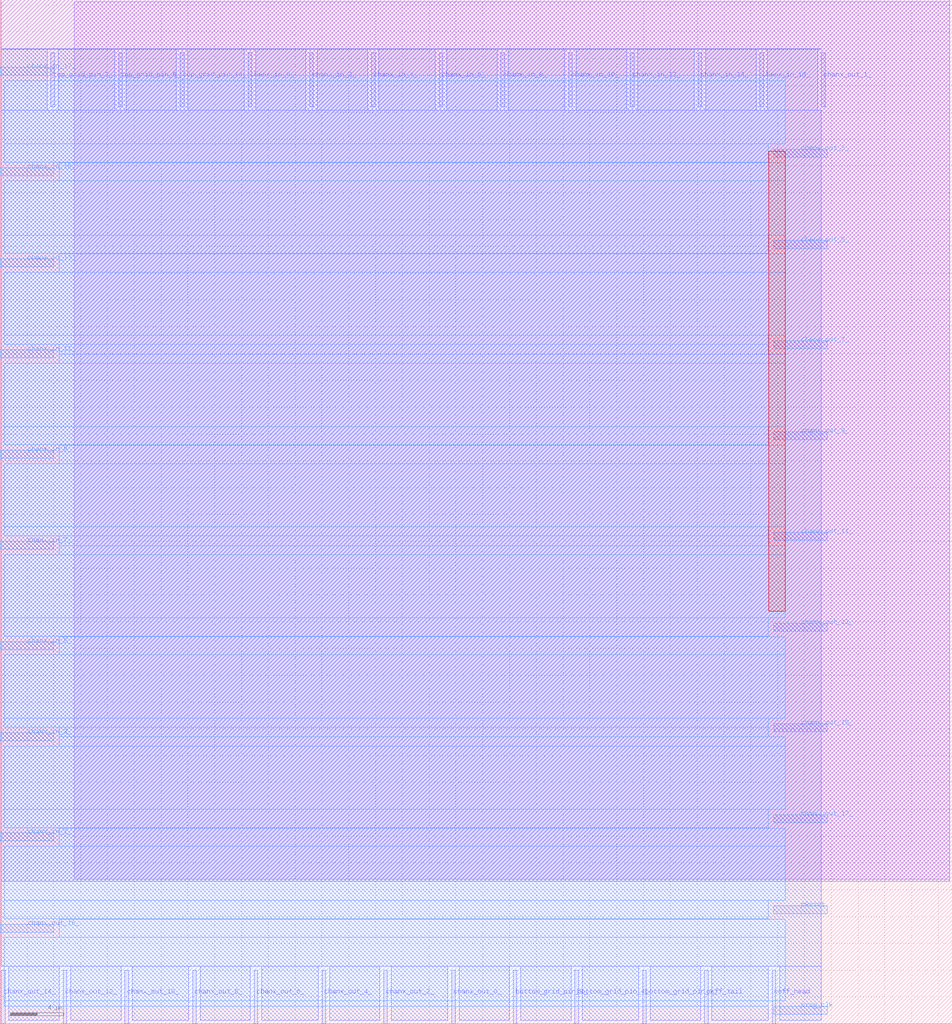
<source format=lef>
VERSION 5.7 ;
  NAMESCASESENSITIVE ON ;
  NOWIREEXTENSIONATPIN ON ;
  DIVIDERCHAR "/" ;
  BUSBITCHARS "[]" ;
UNITS
  DATABASE MICRONS 200 ;
END UNITS

MACRO cbx_1__1_
  CLASS BLOCK ;
  FOREIGN cbx_1__1_ ;
  ORIGIN 0.000 0.000 ;
  SIZE 71.030 BY 76.400 ;
  PIN chanx_out_7_
    DIRECTION OUTPUT TRISTATE ;
    PORT
      LAYER met3 ;
        RECT 57.710 50.360 61.710 50.960 ;
    END
  END chanx_out_7_
  PIN chanx_in_9_
    DIRECTION INPUT ;
    PORT
      LAYER met3 ;
        RECT 0.000 42.200 4.000 42.800 ;
    END
  END chanx_in_9_
  PIN chanx_in_5_
    DIRECTION INPUT ;
    PORT
      LAYER met3 ;
        RECT 0.000 27.920 4.000 28.520 ;
    END
  END chanx_in_5_
  PIN chanx_out_16_
    DIRECTION OUTPUT TRISTATE ;
    PORT
      LAYER met3 ;
        RECT 0.000 6.840 4.000 7.440 ;
    END
  END chanx_out_16_
  PIN top_grid_pin_6_
    DIRECTION OUTPUT TRISTATE ;
    PORT
      LAYER met2 ;
        RECT 8.830 68.430 9.110 72.430 ;
    END
  END top_grid_pin_6_
  PIN bottom_grid_pin_4_
    DIRECTION OUTPUT TRISTATE ;
    PORT
      LAYER met2 ;
        RECT 42.870 0.000 43.150 4.000 ;
    END
  END bottom_grid_pin_4_
  PIN ccff_tail
    DIRECTION OUTPUT TRISTATE ;
    PORT
      LAYER met2 ;
        RECT 52.530 0.000 52.810 4.000 ;
    END
  END ccff_tail
  PIN chanx_in_17_
    DIRECTION INPUT ;
    PORT
      LAYER met3 ;
        RECT 0.000 70.760 4.000 71.360 ;
    END
  END chanx_in_17_
  PIN chanx_in_16_
    DIRECTION INPUT ;
    PORT
      LAYER met2 ;
        RECT 56.670 68.430 56.950 72.430 ;
    END
  END chanx_in_16_
  PIN chanx_in_10_
    DIRECTION INPUT ;
    PORT
      LAYER met2 ;
        RECT 42.410 68.430 42.690 72.430 ;
    END
  END chanx_in_10_
  PIN chanx_out_3_
    DIRECTION OUTPUT TRISTATE ;
    PORT
      LAYER met3 ;
        RECT 57.710 64.640 61.710 65.240 ;
    END
  END chanx_out_3_
  PIN chanx_in_3_
    DIRECTION INPUT ;
    PORT
      LAYER met3 ;
        RECT 0.000 21.120 4.000 21.720 ;
    END
  END chanx_in_3_
  PIN ccff_head
    DIRECTION INPUT ;
    PORT
      LAYER met2 ;
        RECT 57.590 0.000 57.870 4.000 ;
    END
  END ccff_head
  PIN chanx_in_7_
    DIRECTION INPUT ;
    PORT
      LAYER met3 ;
        RECT 0.000 35.400 4.000 36.000 ;
    END
  END chanx_in_7_
  PIN top_grid_pin_14_
    DIRECTION OUTPUT TRISTATE ;
    PORT
      LAYER met2 ;
        RECT 13.430 68.430 13.710 72.430 ;
    END
  END top_grid_pin_14_
  PIN chanx_out_10_
    DIRECTION OUTPUT TRISTATE ;
    PORT
      LAYER met2 ;
        RECT 9.290 0.000 9.570 4.000 ;
    END
  END chanx_out_10_
  PIN chanx_out_13_
    DIRECTION OUTPUT TRISTATE ;
    PORT
      LAYER met3 ;
        RECT 57.710 29.280 61.710 29.880 ;
    END
  END chanx_out_13_
  PIN chanx_in_2_
    DIRECTION INPUT ;
    PORT
      LAYER met2 ;
        RECT 23.090 68.430 23.370 72.430 ;
    END
  END chanx_in_2_
  PIN chanx_out_9_
    DIRECTION OUTPUT TRISTATE ;
    PORT
      LAYER met3 ;
        RECT 57.710 43.560 61.710 44.160 ;
    END
  END chanx_out_9_
  PIN chanx_in_14_
    DIRECTION INPUT ;
    PORT
      LAYER met2 ;
        RECT 52.070 68.430 52.350 72.430 ;
    END
  END chanx_in_14_
  PIN chanx_out_15_
    DIRECTION OUTPUT TRISTATE ;
    PORT
      LAYER met3 ;
        RECT 57.710 21.800 61.710 22.400 ;
    END
  END chanx_out_15_
  PIN chanx_in_11_
    DIRECTION INPUT ;
    PORT
      LAYER met3 ;
        RECT 0.000 49.680 4.000 50.280 ;
    END
  END chanx_in_11_
  PIN chanx_in_4_
    DIRECTION INPUT ;
    PORT
      LAYER met2 ;
        RECT 27.690 68.430 27.970 72.430 ;
    END
  END chanx_in_4_
  PIN chanx_out_17_
    DIRECTION OUTPUT TRISTATE ;
    PORT
      LAYER met3 ;
        RECT 57.710 15.000 61.710 15.600 ;
    END
  END chanx_out_17_
  PIN top_grid_pin_2_
    DIRECTION OUTPUT TRISTATE ;
    PORT
      LAYER met2 ;
        RECT 3.770 68.430 4.050 72.430 ;
    END
  END top_grid_pin_2_
  PIN chanx_out_4_
    DIRECTION OUTPUT TRISTATE ;
    PORT
      LAYER met2 ;
        RECT 24.010 0.000 24.290 4.000 ;
    END
  END chanx_out_4_
  PIN chanx_in_15_
    DIRECTION INPUT ;
    PORT
      LAYER met3 ;
        RECT 0.000 63.280 4.000 63.880 ;
    END
  END chanx_in_15_
  PIN pReset
    DIRECTION INPUT ;
    PORT
      LAYER met3 ;
        RECT 57.710 8.200 61.710 8.800 ;
    END
  END pReset
  PIN chanx_in_8_
    DIRECTION INPUT ;
    PORT
      LAYER met2 ;
        RECT 37.350 68.430 37.630 72.430 ;
    END
  END chanx_in_8_
  PIN chanx_in_1_
    DIRECTION INPUT ;
    PORT
      LAYER met3 ;
        RECT 0.000 13.640 4.000 14.240 ;
    END
  END chanx_in_1_
  PIN chanx_out_0_
    DIRECTION OUTPUT TRISTATE ;
    PORT
      LAYER met2 ;
        RECT 33.670 0.000 33.950 4.000 ;
    END
  END chanx_out_0_
  PIN chanx_out_1_
    DIRECTION OUTPUT TRISTATE ;
    PORT
      LAYER met2 ;
        RECT 61.270 68.430 61.550 72.430 ;
    END
  END chanx_out_1_
  PIN chanx_in_6_
    DIRECTION INPUT ;
    PORT
      LAYER met2 ;
        RECT 32.750 68.430 33.030 72.430 ;
    END
  END chanx_in_6_
  PIN chanx_in_12_
    DIRECTION INPUT ;
    PORT
      LAYER met2 ;
        RECT 47.010 68.430 47.290 72.430 ;
    END
  END chanx_in_12_
  PIN chanx_out_11_
    DIRECTION OUTPUT TRISTATE ;
    PORT
      LAYER met3 ;
        RECT 57.710 36.080 61.710 36.680 ;
    END
  END chanx_out_11_
  PIN chanx_out_6_
    DIRECTION OUTPUT TRISTATE ;
    PORT
      LAYER met2 ;
        RECT 18.950 0.000 19.230 4.000 ;
    END
  END chanx_out_6_
  PIN chanx_out_8_
    DIRECTION OUTPUT TRISTATE ;
    PORT
      LAYER met2 ;
        RECT 14.350 0.000 14.630 4.000 ;
    END
  END chanx_out_8_
  PIN prog_clk
    DIRECTION INPUT ;
    PORT
      LAYER met3 ;
        RECT 57.710 0.720 61.710 1.320 ;
    END
  END prog_clk
  PIN bottom_grid_pin_0_
    DIRECTION OUTPUT TRISTATE ;
    PORT
      LAYER met2 ;
        RECT 47.930 0.000 48.210 4.000 ;
    END
  END bottom_grid_pin_0_
  PIN bottom_grid_pin_8_
    DIRECTION OUTPUT TRISTATE ;
    PORT
      LAYER met2 ;
        RECT 38.270 0.000 38.550 4.000 ;
    END
  END bottom_grid_pin_8_
  PIN chanx_out_2_
    DIRECTION OUTPUT TRISTATE ;
    PORT
      LAYER met2 ;
        RECT 28.610 0.000 28.890 4.000 ;
    END
  END chanx_out_2_
  PIN chanx_in_13_
    DIRECTION INPUT ;
    PORT
      LAYER met3 ;
        RECT 0.000 56.480 4.000 57.080 ;
    END
  END chanx_in_13_
  PIN chanx_out_12_
    DIRECTION OUTPUT TRISTATE ;
    PORT
      LAYER met2 ;
        RECT 4.690 0.000 4.970 4.000 ;
    END
  END chanx_out_12_
  PIN chanx_in_0_
    DIRECTION INPUT ;
    PORT
      LAYER met2 ;
        RECT 18.490 68.430 18.770 72.430 ;
    END
  END chanx_in_0_
  PIN chanx_out_5_
    DIRECTION OUTPUT TRISTATE ;
    PORT
      LAYER met3 ;
        RECT 57.710 57.840 61.710 58.440 ;
    END
  END chanx_out_5_
  PIN chanx_out_14_
    DIRECTION OUTPUT TRISTATE ;
    PORT
      LAYER met2 ;
        RECT 0.090 0.000 0.370 4.000 ;
    END
  END chanx_out_14_
  OBS
      LAYER li1 ;
        RECT 5.520 10.795 70.840 76.245 ;
      LAYER met1 ;
        RECT 0.070 10.640 70.840 76.400 ;
      LAYER met2 ;
        RECT 0.090 72.710 61.270 72.750 ;
        RECT 0.090 68.150 3.490 72.710 ;
        RECT 4.330 68.150 8.550 72.710 ;
        RECT 9.390 68.150 13.150 72.710 ;
        RECT 13.990 68.150 18.210 72.710 ;
        RECT 19.050 68.150 22.810 72.710 ;
        RECT 23.650 68.150 27.410 72.710 ;
        RECT 28.250 68.150 32.470 72.710 ;
        RECT 33.310 68.150 37.070 72.710 ;
        RECT 37.910 68.150 42.130 72.710 ;
        RECT 42.970 68.150 46.730 72.710 ;
        RECT 47.570 68.150 51.790 72.710 ;
        RECT 52.630 68.150 56.390 72.710 ;
        RECT 57.230 68.150 60.990 72.710 ;
        RECT 0.090 4.280 61.270 68.150 ;
        RECT 0.650 0.270 4.410 4.280 ;
        RECT 5.250 0.270 9.010 4.280 ;
        RECT 9.850 0.270 14.070 4.280 ;
        RECT 14.910 0.270 18.670 4.280 ;
        RECT 19.510 0.270 23.730 4.280 ;
        RECT 24.570 0.270 28.330 4.280 ;
        RECT 29.170 0.270 33.390 4.280 ;
        RECT 34.230 0.270 37.990 4.280 ;
        RECT 38.830 0.270 42.590 4.280 ;
        RECT 43.430 0.270 47.650 4.280 ;
        RECT 48.490 0.270 52.250 4.280 ;
        RECT 53.090 0.270 57.310 4.280 ;
        RECT 58.150 0.270 61.270 4.280 ;
      LAYER met3 ;
        RECT 4.400 70.360 58.570 70.760 ;
        RECT 0.310 65.640 58.570 70.360 ;
        RECT 0.310 64.280 57.310 65.640 ;
        RECT 4.400 64.240 57.310 64.280 ;
        RECT 4.400 62.880 58.570 64.240 ;
        RECT 0.310 58.840 58.570 62.880 ;
        RECT 0.310 57.480 57.310 58.840 ;
        RECT 4.400 57.440 57.310 57.480 ;
        RECT 4.400 56.080 58.570 57.440 ;
        RECT 0.310 51.360 58.570 56.080 ;
        RECT 0.310 50.680 57.310 51.360 ;
        RECT 4.400 49.960 57.310 50.680 ;
        RECT 4.400 49.280 58.570 49.960 ;
        RECT 0.310 44.560 58.570 49.280 ;
        RECT 0.310 43.200 57.310 44.560 ;
        RECT 4.400 43.160 57.310 43.200 ;
        RECT 4.400 41.800 58.570 43.160 ;
        RECT 0.310 37.080 58.570 41.800 ;
        RECT 0.310 36.400 57.310 37.080 ;
        RECT 4.400 35.680 57.310 36.400 ;
        RECT 4.400 35.000 58.570 35.680 ;
        RECT 0.310 30.280 58.570 35.000 ;
        RECT 0.310 28.920 57.310 30.280 ;
        RECT 4.400 28.880 57.310 28.920 ;
        RECT 4.400 27.520 58.570 28.880 ;
        RECT 0.310 22.800 58.570 27.520 ;
        RECT 0.310 22.120 57.310 22.800 ;
        RECT 4.400 21.400 57.310 22.120 ;
        RECT 4.400 20.720 58.570 21.400 ;
        RECT 0.310 16.000 58.570 20.720 ;
        RECT 0.310 14.640 57.310 16.000 ;
        RECT 4.400 14.600 57.310 14.640 ;
        RECT 4.400 13.240 58.570 14.600 ;
        RECT 0.310 9.200 58.570 13.240 ;
        RECT 0.310 7.840 57.310 9.200 ;
        RECT 4.400 7.800 57.310 7.840 ;
        RECT 4.400 6.440 58.570 7.800 ;
        RECT 0.310 1.720 58.570 6.440 ;
        RECT 0.310 1.320 57.310 1.720 ;
      LAYER met4 ;
        RECT 57.335 30.775 58.585 65.105 ;
  END
END cbx_1__1_
END LIBRARY


</source>
